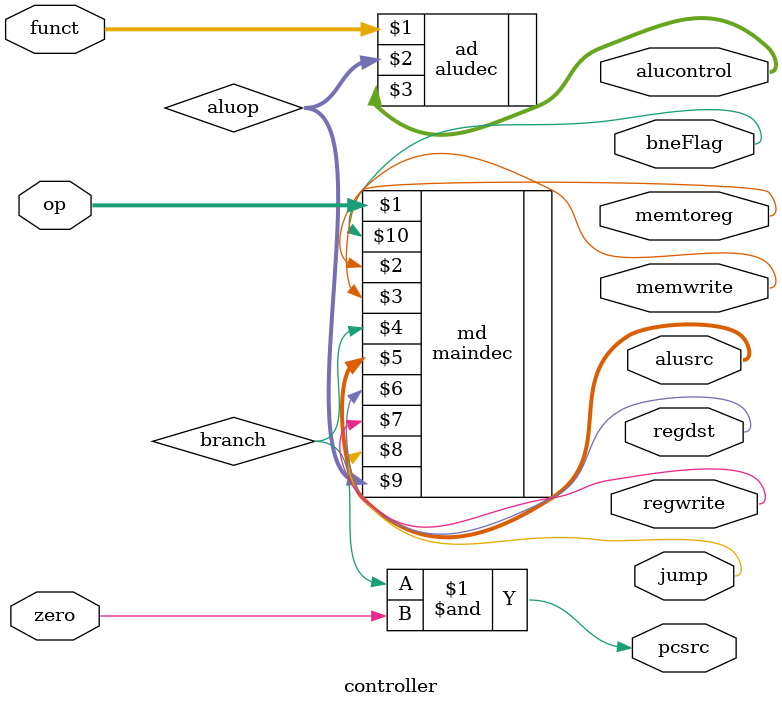
<source format=sv>
`timescale 1ns / 1ps

module controller(input  logic [5:0] op, funct,
                  input  logic       zero,
                  output logic       memtoreg, memwrite,
                  output logic       pcsrc, 
                  output logic[1:0]  alusrc,
                  output logic       regdst, regwrite,
                  output logic       jump,
                  output logic [2:0] alucontrol,
                  output logic       bneFlag);

  logic [1:0] aluop;
  logic       branch;
   maindec md(op, memtoreg, memwrite, branch,
              alusrc, regdst, regwrite, jump, aluop, bneFlag);
   aludec  ad(funct, aluop, alucontrol);
 
   assign pcsrc = branch & zero;
endmodule

</source>
